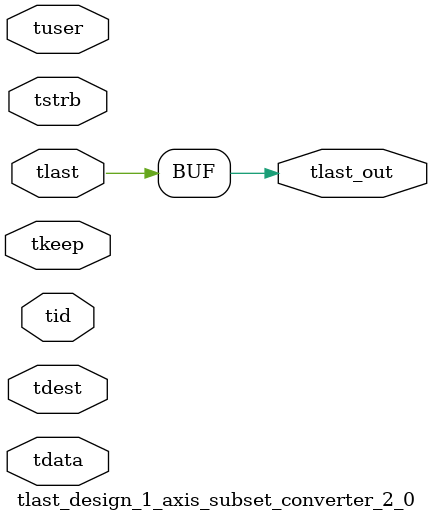
<source format=v>


`timescale 1ps/1ps

module tlast_design_1_axis_subset_converter_2_0 #
(
parameter C_S_AXIS_TID_WIDTH   = 1,
parameter C_S_AXIS_TUSER_WIDTH = 0,
parameter C_S_AXIS_TDATA_WIDTH = 0,
parameter C_S_AXIS_TDEST_WIDTH = 0
)
(
input  [(C_S_AXIS_TID_WIDTH   == 0 ? 1 : C_S_AXIS_TID_WIDTH)-1:0       ] tid,
input  [(C_S_AXIS_TDATA_WIDTH == 0 ? 1 : C_S_AXIS_TDATA_WIDTH)-1:0     ] tdata,
input  [(C_S_AXIS_TUSER_WIDTH == 0 ? 1 : C_S_AXIS_TUSER_WIDTH)-1:0     ] tuser,
input  [(C_S_AXIS_TDEST_WIDTH == 0 ? 1 : C_S_AXIS_TDEST_WIDTH)-1:0     ] tdest,
input  [(C_S_AXIS_TDATA_WIDTH/8)-1:0 ] tkeep,
input  [(C_S_AXIS_TDATA_WIDTH/8)-1:0 ] tstrb,
input  [0:0]                                                             tlast,
output                                                                   tlast_out
);

assign tlast_out = {tlast};

endmodule


</source>
